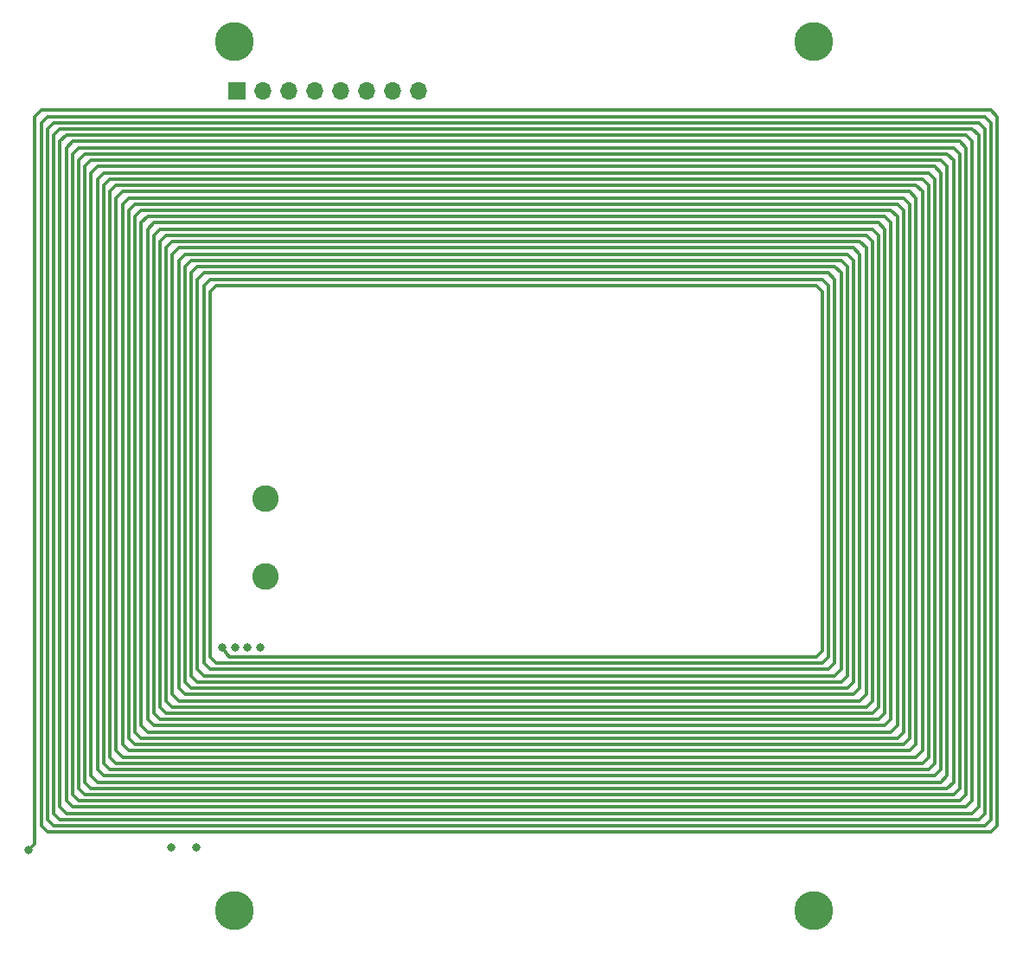
<source format=gtl>
G04 #@! TF.GenerationSoftware,KiCad,Pcbnew,(6.0.5)*
G04 #@! TF.CreationDate,2023-05-08T02:29:21-07:00*
G04 #@! TF.ProjectId,Coil_Panels_Z,436f696c-5f50-4616-9e65-6c735f5a2e6b,rev?*
G04 #@! TF.SameCoordinates,Original*
G04 #@! TF.FileFunction,Copper,L1,Top*
G04 #@! TF.FilePolarity,Positive*
%FSLAX46Y46*%
G04 Gerber Fmt 4.6, Leading zero omitted, Abs format (unit mm)*
G04 Created by KiCad (PCBNEW (6.0.5)) date 2023-05-08 02:29:21*
%MOMM*%
%LPD*%
G01*
G04 APERTURE LIST*
G04 #@! TA.AperFunction,ComponentPad*
%ADD10R,1.700000X1.700000*%
G04 #@! TD*
G04 #@! TA.AperFunction,ComponentPad*
%ADD11O,1.700000X1.700000*%
G04 #@! TD*
G04 #@! TA.AperFunction,ComponentPad*
%ADD12C,2.600000*%
G04 #@! TD*
G04 #@! TA.AperFunction,ConnectorPad*
%ADD13C,3.800000*%
G04 #@! TD*
G04 #@! TA.AperFunction,ViaPad*
%ADD14C,0.800000*%
G04 #@! TD*
G04 #@! TA.AperFunction,Conductor*
%ADD15C,0.306000*%
G04 #@! TD*
G04 APERTURE END LIST*
D10*
X106254000Y-55285600D03*
D11*
X108794000Y-55285600D03*
X111334000Y-55285600D03*
X113874000Y-55285600D03*
X116414000Y-55285600D03*
X118954000Y-55285600D03*
X121494000Y-55285600D03*
X124034000Y-55285600D03*
D12*
X162662000Y-50513200D03*
D13*
X162662000Y-50513200D03*
D12*
X162662000Y-135513200D03*
D13*
X162662000Y-135513200D03*
D12*
X108976000Y-95217600D03*
X108976000Y-102837600D03*
X105988000Y-135513200D03*
D13*
X105988000Y-135513200D03*
X105988000Y-50513200D03*
D12*
X105988000Y-50513200D03*
D14*
X99814000Y-129340000D03*
X104808000Y-109755999D03*
X102262001Y-129340000D03*
X106032000Y-109755999D03*
X107256000Y-109755999D03*
X108480000Y-109755999D03*
X85810000Y-129570000D03*
D15*
X170880001Y-117405999D02*
X170268000Y-118017999D01*
X173328001Y-63930000D02*
X173940001Y-64542000D01*
X90732001Y-60870000D02*
X176388001Y-60870000D01*
X165984001Y-112509999D02*
X165372001Y-113121999D01*
X101748001Y-113733999D02*
X101136000Y-113121999D01*
X169656001Y-116182000D02*
X169044001Y-116793999D01*
X170268000Y-118017999D02*
X97464001Y-118017999D01*
X175776001Y-61482000D02*
X176388001Y-62094000D01*
X176388001Y-60870000D02*
X177000001Y-61482000D01*
X179448001Y-127197999D02*
X88284001Y-127197999D01*
X164148000Y-74334000D02*
X164148000Y-110674000D01*
X99300001Y-116181999D02*
X98688001Y-115569999D01*
X178836001Y-58422000D02*
X179448001Y-59034000D01*
X100524001Y-70662000D02*
X166596000Y-70662000D01*
X162924001Y-74334000D02*
X163536001Y-74946000D01*
X163536001Y-110061999D02*
X162924001Y-110673999D01*
X178836001Y-59645999D02*
X178836001Y-125362000D01*
X98688001Y-68826000D02*
X168432001Y-68826000D01*
X96852001Y-68214000D02*
X96852001Y-117406000D01*
X177612000Y-125362000D02*
X90120001Y-125362000D01*
X87672001Y-57810000D02*
X179448001Y-57810000D01*
X95016001Y-120465999D02*
X94404001Y-119853999D01*
X89508001Y-60870000D02*
X90120001Y-60258000D01*
X95628001Y-66990000D02*
X95628001Y-118630000D01*
X89508001Y-60870000D02*
X89508001Y-124750000D01*
X98076001Y-69438000D02*
X98076001Y-116182000D01*
X173328001Y-119853999D02*
X172716001Y-120465999D01*
X93792001Y-121690000D02*
X93180000Y-121078000D01*
X178836001Y-126585999D02*
X88896001Y-126585999D01*
X170268000Y-66990000D02*
X170880001Y-67602000D01*
X96852001Y-68214000D02*
X97464001Y-67602000D01*
X177000000Y-124750000D02*
X90732000Y-124750000D01*
X90120001Y-60258000D02*
X177000000Y-60258000D01*
X87060001Y-57198000D02*
X86448001Y-57810000D01*
X87672000Y-127810000D02*
X180060000Y-127810000D01*
X163536000Y-111286000D02*
X104196000Y-111286000D01*
X170880001Y-67602000D02*
X170880001Y-117405999D01*
X172104001Y-65154000D02*
X172716001Y-65766000D01*
X101748001Y-73109999D02*
X102360001Y-72498000D01*
X166596001Y-71886000D02*
X166596001Y-113121999D01*
X178224001Y-124750000D02*
X177612000Y-125362000D01*
X174552001Y-62706000D02*
X175164001Y-63317999D01*
X87672001Y-59034000D02*
X88284001Y-58422000D01*
X95016001Y-66377999D02*
X95016001Y-119242000D01*
X98688001Y-116793999D02*
X98076000Y-116182000D01*
X103584001Y-73722000D02*
X163536000Y-73722000D01*
X167208000Y-113733999D02*
X166596000Y-114345999D01*
X95016001Y-66377999D02*
X95628001Y-65766000D01*
X171492000Y-119241999D02*
X96240001Y-119241999D01*
X173940000Y-121690000D02*
X93792001Y-121690000D01*
X92568001Y-63930000D02*
X92568001Y-121690000D01*
X86448001Y-128931999D02*
X85810000Y-129570000D01*
X175164001Y-122913999D02*
X92568001Y-122913999D01*
X177000001Y-123525999D02*
X176388001Y-124137999D01*
X180672000Y-57810000D02*
X180060000Y-57198000D01*
X178836001Y-125362000D02*
X178224001Y-125974000D01*
X98076001Y-69438000D02*
X98688001Y-68826000D01*
X104196000Y-111286000D02*
X103584000Y-110674000D01*
X96240001Y-67602000D02*
X96852001Y-66990000D01*
X88896001Y-126585999D02*
X88284001Y-125973999D01*
X89508001Y-59646000D02*
X177612000Y-59646000D01*
X178224001Y-125974000D02*
X89508001Y-125974000D01*
X169044001Y-69438000D02*
X169044001Y-115569999D01*
X180060001Y-58422000D02*
X180060001Y-126585999D01*
X93180001Y-64542000D02*
X93180001Y-121078000D01*
X100524001Y-71886000D02*
X100524001Y-113734000D01*
X102972001Y-74334000D02*
X103584001Y-73722000D01*
X99300001Y-70662000D02*
X99912001Y-70050000D01*
X90120001Y-125362000D02*
X89508001Y-124750000D01*
X169656001Y-68826000D02*
X169656001Y-116182000D01*
X100524001Y-114957999D02*
X99912001Y-114345999D01*
X169044001Y-116793999D02*
X98688001Y-116793999D01*
X172104001Y-118629999D02*
X171492000Y-119241999D01*
X167820001Y-70662000D02*
X167820001Y-114345999D01*
X91956001Y-63317999D02*
X91956001Y-122302000D01*
X172104001Y-66377999D02*
X172104001Y-118629999D01*
X171492001Y-66990000D02*
X171492001Y-118018000D01*
X175776001Y-62706000D02*
X175776001Y-122302000D01*
X86448001Y-57810000D02*
X86448001Y-128931999D01*
X169656000Y-117405999D02*
X98076000Y-117405999D01*
X91344001Y-62706000D02*
X91344001Y-122914000D01*
X180060000Y-127810000D02*
X180672000Y-127198000D01*
X169044001Y-115569999D02*
X168432001Y-116181999D01*
X88284001Y-58422000D02*
X178836001Y-58422000D01*
X180060000Y-57198000D02*
X87060001Y-57198000D01*
X91344001Y-62706000D02*
X91956001Y-62094000D01*
X101136001Y-71274000D02*
X165984001Y-71274000D01*
X101136001Y-72498000D02*
X101748001Y-71886000D01*
X175164001Y-121689999D02*
X174552001Y-122301999D01*
X93792001Y-65154000D02*
X93792001Y-120466000D01*
X98076001Y-68214000D02*
X169044001Y-68214000D01*
X88896001Y-59034000D02*
X178224001Y-59034000D01*
X94404001Y-65766000D02*
X95016001Y-65154000D01*
X165372001Y-113121999D02*
X102360001Y-113121999D01*
X90732000Y-124750000D02*
X90120000Y-124138000D01*
X178224001Y-60258000D02*
X178224001Y-124750000D01*
X164760001Y-72498000D02*
X165372001Y-73109999D01*
X101748001Y-73109999D02*
X101748001Y-112510000D01*
X164760001Y-73722000D02*
X164760001Y-111286000D01*
X170268000Y-116793999D02*
X169656000Y-117405999D01*
X95628001Y-66990000D02*
X96240001Y-66378000D01*
X176388001Y-122913999D02*
X175776001Y-123525999D01*
X95628001Y-65766000D02*
X171492000Y-65766000D01*
X90120001Y-61482000D02*
X90120001Y-124138000D01*
X164760001Y-112509999D02*
X102972001Y-112509999D01*
X91956001Y-62094000D02*
X175164001Y-62094000D01*
X102972001Y-112509999D02*
X102360000Y-111897999D01*
X172716001Y-119242000D02*
X172104001Y-119853999D01*
X92568001Y-122913999D02*
X91956000Y-122302000D01*
X102972001Y-74334000D02*
X102972001Y-111286000D01*
X167208000Y-71274000D02*
X167208000Y-113733999D01*
X102360001Y-73722000D02*
X102360001Y-111898000D01*
X98688001Y-70049999D02*
X99300001Y-69438000D01*
X102360001Y-72498000D02*
X164760001Y-72498000D01*
X91956001Y-63317999D02*
X92568001Y-62706000D01*
X96240001Y-119241999D02*
X95628001Y-118629999D01*
X171492000Y-65766000D02*
X172104001Y-66377999D01*
X167820001Y-114345999D02*
X167208000Y-114957999D01*
X164148000Y-110674000D02*
X163536000Y-111286000D01*
X93792001Y-63930000D02*
X173328001Y-63930000D01*
X167208000Y-70050000D02*
X167820001Y-70662000D01*
X168432000Y-70049999D02*
X168432000Y-114957999D01*
X91956001Y-123525999D02*
X91344001Y-122913999D01*
X102360001Y-113121999D02*
X101748001Y-112509999D01*
X178224001Y-59034000D02*
X178836001Y-59645999D01*
X90120001Y-61482000D02*
X90732001Y-60870000D01*
X177000001Y-61482000D02*
X177000001Y-123525999D01*
X105420000Y-110673999D02*
X104808000Y-109755999D01*
X96240001Y-67602000D02*
X96240001Y-118018000D01*
X96852001Y-118630000D02*
X96240000Y-118018000D01*
X172716001Y-64542000D02*
X173328001Y-65154000D01*
X97464001Y-68826000D02*
X97464001Y-116794000D01*
X88896001Y-60258000D02*
X88896001Y-125362000D01*
X170880001Y-66378000D02*
X171492001Y-66990000D01*
X165372001Y-111897999D02*
X164760001Y-112509999D01*
X92568001Y-62706000D02*
X174552001Y-62706000D01*
X177612000Y-60870000D02*
X177612000Y-124138000D01*
X165372001Y-73109999D02*
X165372001Y-111897999D01*
X99912001Y-71274000D02*
X99912001Y-114346000D01*
X93180001Y-64542000D02*
X93792001Y-63930000D01*
X94404001Y-64542000D02*
X172716001Y-64542000D01*
X164148001Y-73110000D02*
X164760001Y-73722000D01*
X93792001Y-65154000D02*
X94404001Y-64542000D01*
X103584001Y-111898000D02*
X102972001Y-111286000D01*
X87060001Y-58422000D02*
X87672001Y-57810000D01*
X99300001Y-70662000D02*
X99300001Y-114958000D01*
X173940000Y-63318000D02*
X174552000Y-63930000D01*
X96240001Y-66378000D02*
X170880001Y-66378000D01*
X179448001Y-125973999D02*
X178836001Y-126585999D01*
X173940001Y-64542000D02*
X173940001Y-120465999D01*
X168432000Y-114957999D02*
X167820000Y-115569999D01*
X166596001Y-113121999D02*
X165984001Y-113733999D01*
X163536001Y-74946000D02*
X163536001Y-110061999D01*
X101136001Y-72498000D02*
X101136001Y-113121999D01*
X102360001Y-73722000D02*
X102972001Y-73110000D01*
X167208000Y-114957999D02*
X100524001Y-114957999D01*
X172716001Y-120465999D02*
X95016001Y-120465999D01*
X90732001Y-62094000D02*
X91344001Y-61482000D01*
X93180001Y-122301999D02*
X92568001Y-121689999D01*
X165984001Y-72498000D02*
X165984001Y-112509999D01*
X88284001Y-59645999D02*
X88284001Y-125974000D01*
X162924001Y-110673999D02*
X105420000Y-110673999D01*
X170268000Y-68214000D02*
X170268000Y-116793999D01*
X98688001Y-70049999D02*
X98688001Y-115570000D01*
X177000000Y-60258000D02*
X177612000Y-60870000D01*
X175776001Y-122302000D02*
X175164001Y-122913999D01*
X96852001Y-66990000D02*
X170268000Y-66990000D01*
X94404001Y-121077999D02*
X93792001Y-120465999D01*
X170880001Y-118630000D02*
X96852001Y-118630000D01*
X174552000Y-121078000D02*
X173940000Y-121690000D01*
X176388001Y-62094000D02*
X176388001Y-122913999D01*
X94404001Y-65766000D02*
X94404001Y-119854000D01*
X173940001Y-120465999D02*
X173328001Y-121077999D01*
X99300001Y-69438000D02*
X167820000Y-69438000D01*
X95016001Y-65154000D02*
X172104001Y-65154000D01*
X164760001Y-111286000D02*
X164148001Y-111898000D01*
X174552001Y-122301999D02*
X93180001Y-122301999D01*
X163536000Y-73722000D02*
X164148000Y-74334000D01*
X175164001Y-63317999D02*
X175164001Y-121689999D01*
X91344001Y-61482000D02*
X175776001Y-61482000D01*
X164148001Y-111898000D02*
X103584001Y-111898000D01*
X97464001Y-67602000D02*
X169656000Y-67602000D01*
X172716001Y-65766000D02*
X172716001Y-119242000D01*
X175164001Y-62094000D02*
X175776001Y-62706000D01*
X88284001Y-59645999D02*
X88896001Y-59034000D01*
X168432001Y-68826000D02*
X169044001Y-69438000D01*
X93180001Y-63318000D02*
X173940000Y-63318000D01*
X98076000Y-117405999D02*
X97464000Y-116793999D01*
X99912001Y-71274000D02*
X100524001Y-70662000D01*
X171492001Y-118018000D02*
X170880001Y-118630000D01*
X101136000Y-114345999D02*
X100524000Y-113733999D01*
X177612000Y-124138000D02*
X177000000Y-124750000D01*
X179448001Y-59034000D02*
X179448001Y-125973999D01*
X177612000Y-59646000D02*
X178224001Y-60258000D01*
X166596000Y-70662000D02*
X167208000Y-71274000D01*
X99912001Y-70050000D02*
X167208000Y-70050000D01*
X87060000Y-127198000D02*
X87672000Y-127810000D01*
X169656000Y-67602000D02*
X170268000Y-68214000D01*
X89508001Y-125974000D02*
X88896000Y-125362000D01*
X97464001Y-68826000D02*
X98076001Y-68214000D01*
X165372001Y-71886000D02*
X165984001Y-72498000D01*
X167820000Y-69438000D02*
X168432000Y-70049999D01*
X101748001Y-71886000D02*
X165372001Y-71886000D01*
X103584001Y-74946000D02*
X103584001Y-110674000D01*
X102972001Y-73110000D02*
X164148001Y-73110000D01*
X174552000Y-63930000D02*
X174552000Y-121078000D01*
X88284001Y-127197999D02*
X87672000Y-126585999D01*
X87060001Y-58422000D02*
X87060001Y-127198000D01*
X103584001Y-74946000D02*
X104196001Y-74334000D01*
X92568001Y-63930000D02*
X93180001Y-63318000D01*
X173328001Y-121077999D02*
X94404001Y-121077999D01*
X169044001Y-68214000D02*
X169656001Y-68826000D01*
X179448001Y-57810000D02*
X180060001Y-58422000D01*
X104196001Y-74334000D02*
X162924001Y-74334000D01*
X95628001Y-119853999D02*
X95016000Y-119242000D01*
X176388001Y-124137999D02*
X91344001Y-124137999D01*
X165984001Y-113733999D02*
X101748001Y-113733999D01*
X168432001Y-116181999D02*
X99300001Y-116181999D01*
X175776001Y-123525999D02*
X91956001Y-123525999D01*
X91344001Y-124137999D02*
X90732000Y-123525999D01*
X97464001Y-118017999D02*
X96852001Y-117405999D01*
X165984001Y-71274000D02*
X166596001Y-71886000D01*
X166596000Y-114345999D02*
X101136000Y-114345999D01*
X99912001Y-115569999D02*
X99300000Y-114957999D01*
X173328001Y-65154000D02*
X173328001Y-119853999D01*
X100524001Y-71886000D02*
X101136001Y-71274000D01*
X172104001Y-119853999D02*
X95628001Y-119853999D01*
X90732001Y-62094000D02*
X90732001Y-123526000D01*
X180060001Y-126585999D02*
X179448001Y-127197999D01*
X180672000Y-127198000D02*
X180672000Y-57810000D01*
X88896001Y-60258000D02*
X89508001Y-59646000D01*
X167820000Y-115569999D02*
X99912001Y-115569999D01*
X87672001Y-59034000D02*
X87672001Y-126585999D01*
M02*

</source>
